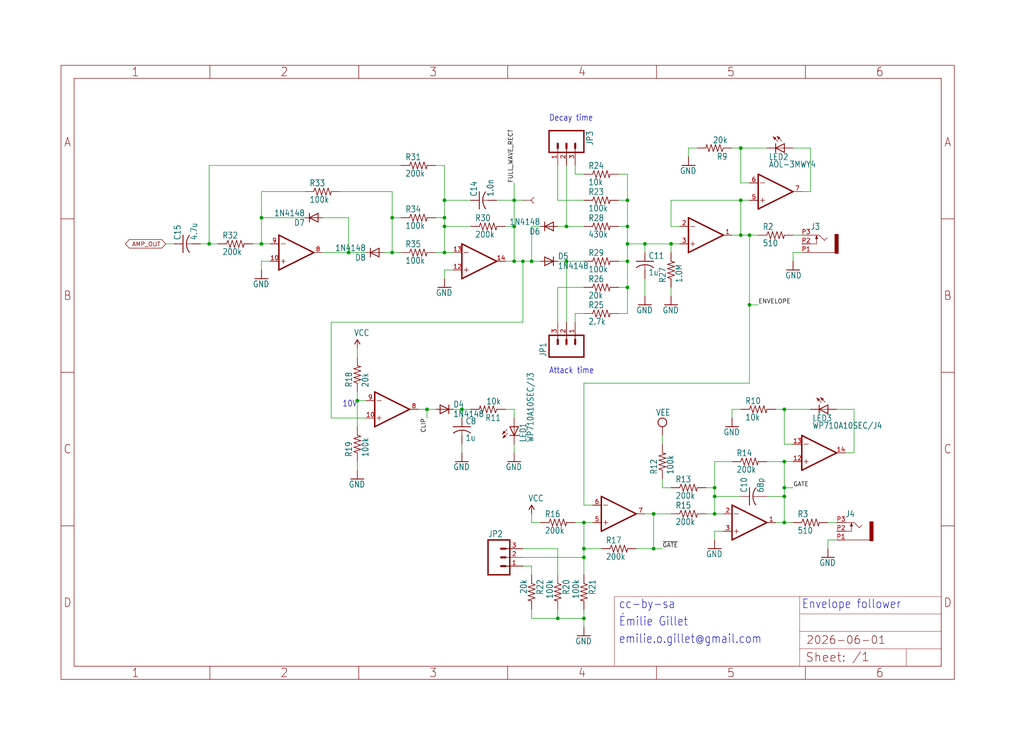
<source format=kicad_sch>
(kicad_sch (version 20230121) (generator eeschema)
  (paper "User" 298.45 217.322)
  (lib_symbols
    (symbol "ears_v40-eagle-import:A4L-LOC"
      (symbol "A4L-LOC_1_0"
        (polyline (pts (xy 0 44.7675) (xy 3.81 44.7675)))
        (polyline (pts (xy 0 89.535) (xy 3.81 89.535)))
        (polyline (pts (xy 0 134.3025) (xy 3.81 134.3025)))
        (polyline (pts (xy 3.81 3.81) (xy 3.81 175.26)))
        (polyline (pts (xy 43.3917 0) (xy 43.3917 3.81)))
        (polyline (pts (xy 43.3917 175.26) (xy 43.3917 179.07)))
        (polyline (pts (xy 86.7833 0) (xy 86.7833 3.81)))
        (polyline (pts (xy 86.7833 175.26) (xy 86.7833 179.07)))
        (polyline (pts (xy 130.175 0) (xy 130.175 3.81)))
        (polyline (pts (xy 130.175 175.26) (xy 130.175 179.07)))
        (polyline (pts (xy 161.29 3.81) (xy 161.29 24.13)) (stroke (width 0.1016)))
        (polyline (pts (xy 161.29 24.13) (xy 215.265 24.13)) (stroke (width 0.1016)))
        (polyline (pts (xy 173.5667 0) (xy 173.5667 3.81)))
        (polyline (pts (xy 173.5667 175.26) (xy 173.5667 179.07)))
        (polyline (pts (xy 215.265 8.89) (xy 215.265 3.81)) (stroke (width 0.1016)))
        (polyline (pts (xy 215.265 8.89) (xy 215.265 13.97)) (stroke (width 0.1016)))
        (polyline (pts (xy 215.265 13.97) (xy 215.265 19.05)) (stroke (width 0.1016)))
        (polyline (pts (xy 215.265 13.97) (xy 256.54 13.97)) (stroke (width 0.1016)))
        (polyline (pts (xy 215.265 19.05) (xy 215.265 24.13)) (stroke (width 0.1016)))
        (polyline (pts (xy 215.265 19.05) (xy 256.54 19.05)) (stroke (width 0.1016)))
        (polyline (pts (xy 215.265 24.13) (xy 256.54 24.13)) (stroke (width 0.1016)))
        (polyline (pts (xy 216.9583 0) (xy 216.9583 3.81)))
        (polyline (pts (xy 216.9583 175.26) (xy 216.9583 179.07)))
        (polyline (pts (xy 246.38 3.81) (xy 246.38 8.89)) (stroke (width 0.1016)))
        (polyline (pts (xy 246.38 8.89) (xy 215.265 8.89)) (stroke (width 0.1016)))
        (polyline (pts (xy 246.38 8.89) (xy 256.54 8.89)) (stroke (width 0.1016)))
        (polyline (pts (xy 256.54 3.81) (xy 3.81 3.81)))
        (polyline (pts (xy 256.54 3.81) (xy 256.54 8.89)) (stroke (width 0.1016)))
        (polyline (pts (xy 256.54 3.81) (xy 256.54 175.26)))
        (polyline (pts (xy 256.54 8.89) (xy 256.54 13.97)) (stroke (width 0.1016)))
        (polyline (pts (xy 256.54 13.97) (xy 256.54 19.05)) (stroke (width 0.1016)))
        (polyline (pts (xy 256.54 19.05) (xy 256.54 24.13)) (stroke (width 0.1016)))
        (polyline (pts (xy 256.54 44.7675) (xy 260.35 44.7675)))
        (polyline (pts (xy 256.54 89.535) (xy 260.35 89.535)))
        (polyline (pts (xy 256.54 134.3025) (xy 260.35 134.3025)))
        (polyline (pts (xy 256.54 175.26) (xy 3.81 175.26)))
        (polyline (pts (xy 0 0) (xy 260.35 0) (xy 260.35 179.07) (xy 0 179.07) (xy 0 0)))
        (text "${#}/${##}" (at 230.505 5.08 0) (effects (font (size 2.54 2.54)) (justify left bottom)))
        (text "${CURRENT_DATE}" (at 217.17 10.16 0) (effects (font (size 2.286 2.286)) (justify left bottom)))
        (text "${PROJECTNAME}" (at 217.17 15.24 0) (effects (font (size 2.54 2.54)) (justify left bottom)))
        (text "1" (at 21.6958 1.905 0) (effects (font (size 2.54 2.286))))
        (text "1" (at 21.6958 177.165 0) (effects (font (size 2.54 2.286))))
        (text "2" (at 65.0875 1.905 0) (effects (font (size 2.54 2.286))))
        (text "2" (at 65.0875 177.165 0) (effects (font (size 2.54 2.286))))
        (text "3" (at 108.4792 1.905 0) (effects (font (size 2.54 2.286))))
        (text "3" (at 108.4792 177.165 0) (effects (font (size 2.54 2.286))))
        (text "4" (at 151.8708 1.905 0) (effects (font (size 2.54 2.286))))
        (text "4" (at 151.8708 177.165 0) (effects (font (size 2.54 2.286))))
        (text "5" (at 195.2625 1.905 0) (effects (font (size 2.54 2.286))))
        (text "5" (at 195.2625 177.165 0) (effects (font (size 2.54 2.286))))
        (text "6" (at 238.6542 1.905 0) (effects (font (size 2.54 2.286))))
        (text "6" (at 238.6542 177.165 0) (effects (font (size 2.54 2.286))))
        (text "A" (at 1.905 156.6863 0) (effects (font (size 2.54 2.286))))
        (text "A" (at 258.445 156.6863 0) (effects (font (size 2.54 2.286))))
        (text "B" (at 1.905 111.9188 0) (effects (font (size 2.54 2.286))))
        (text "B" (at 258.445 111.9188 0) (effects (font (size 2.54 2.286))))
        (text "C" (at 1.905 67.1513 0) (effects (font (size 2.54 2.286))))
        (text "C" (at 258.445 67.1513 0) (effects (font (size 2.54 2.286))))
        (text "D" (at 1.905 22.3838 0) (effects (font (size 2.54 2.286))))
        (text "D" (at 258.445 22.3838 0) (effects (font (size 2.54 2.286))))
        (text "Sheet:" (at 216.916 4.953 0) (effects (font (size 2.54 2.54)) (justify left bottom)))
      )
    )
    (symbol "ears_v40-eagle-import:C-USC0402"
      (property "Reference" "C" (at 1.016 0.635 0))
      (symbol "C-USC0402_1_0"
        (arc (start 0 -1.0161) (mid -1.302 -1.2303) (end -2.4668 -1.8504) (stroke (width 0.254)))
        (polyline (pts (xy -2.54 0) (xy 2.54 0)) (stroke (width 0.254)))
        (polyline (pts (xy 0 -1.016) (xy 0 -2.54)) (stroke (width 0.1524)))
        (arc (start 2.4892 -1.8541) (mid 1.3158 -1.2194) (end 0 -1) (stroke (width 0.254)))
        (pin passive line (at 0 2.54 270) (length 2.54) (name "1") (number "1"))
        (pin passive line (at 0 -5.08 90) (length 2.54) (name "2") (number "2"))
      )
    )
    (symbol "ears_v40-eagle-import:C-USC0603"
      (property "Reference" "C" (at 1.016 0.635 0))
      (symbol "C-USC0603_1_0"
        (arc (start 0 -1.0161) (mid -1.302 -1.2303) (end -2.4668 -1.8504) (stroke (width 0.254)))
        (polyline (pts (xy -2.54 0) (xy 2.54 0)) (stroke (width 0.254)))
        (polyline (pts (xy 0 -1.016) (xy 0 -2.54)) (stroke (width 0.1524)))
        (arc (start 2.4892 -1.8541) (mid 1.3158 -1.2194) (end 0 -1) (stroke (width 0.254)))
        (pin passive line (at 0 2.54 270) (length 2.54) (name "1") (number "1"))
        (pin passive line (at 0 -5.08 90) (length 2.54) (name "2") (number "2"))
      )
    )
    (symbol "ears_v40-eagle-import:DIODE-SOD523"
      (property "Reference" "D" (at 2.54 0.4826 0))
      (symbol "DIODE-SOD523_1_0"
        (polyline (pts (xy -1.27 -1.27) (xy 1.27 0)) (stroke (width 0.254)))
        (polyline (pts (xy -1.27 1.27) (xy -1.27 -1.27)) (stroke (width 0.254)))
        (polyline (pts (xy 1.27 0) (xy -1.27 1.27)) (stroke (width 0.254)))
        (polyline (pts (xy 1.27 0) (xy 1.27 -1.27)) (stroke (width 0.254)))
        (polyline (pts (xy 1.27 1.27) (xy 1.27 0)) (stroke (width 0.254)))
        (pin passive line (at -2.54 0 0) (length 2.54) (name "A") (number "A"))
        (pin passive line (at 2.54 0 180) (length 2.54) (name "C") (number "C"))
      )
    )
    (symbol "ears_v40-eagle-import:GND" (power)
      (property "Value" "GND" (at -2.54 -2.54 0))
      (symbol "GND_1_0"
        (polyline (pts (xy -1.905 0) (xy 1.905 0)) (stroke (width 0.254)))
        (pin power_in line (at 0 2.54 270) (length 2.54) (name "GND") (number "1"))
      )
    )
    (symbol "ears_v40-eagle-import:LED3MM"
      (property "Reference" "LED" (at 3.556 -4.572 90))
      (symbol "LED3MM_1_0"
        (polyline (pts (xy -2.032 -0.762) (xy -3.429 -2.159)) (stroke (width 0.1524)))
        (polyline (pts (xy -1.905 -1.905) (xy -3.302 -3.302)) (stroke (width 0.1524)))
        (polyline (pts (xy 0 -2.54) (xy -1.27 -2.54)) (stroke (width 0.254)))
        (polyline (pts (xy 0 -2.54) (xy -1.27 0)) (stroke (width 0.254)))
        (polyline (pts (xy 0 0) (xy -1.27 0)) (stroke (width 0.254)))
        (polyline (pts (xy 0 0) (xy 0 -2.54)) (stroke (width 0.1524)))
        (polyline (pts (xy 1.27 -2.54) (xy 0 -2.54)) (stroke (width 0.254)))
        (polyline (pts (xy 1.27 0) (xy 0 -2.54)) (stroke (width 0.254)))
        (polyline (pts (xy 1.27 0) (xy 0 0)) (stroke (width 0.254)))
        (polyline (pts (xy -3.429 -2.159) (xy -3.048 -1.27) (xy -2.54 -1.778)) (stroke (width 0.1524)) (fill (type outline)))
        (polyline (pts (xy -3.302 -3.302) (xy -2.921 -2.413) (xy -2.413 -2.921)) (stroke (width 0.1524)) (fill (type outline)))
        (pin passive line (at 0 2.54 270) (length 2.54) (name "A") (number "A"))
        (pin passive line (at 0 -5.08 90) (length 2.54) (name "C") (number "K"))
      )
    )
    (symbol "ears_v40-eagle-import:LM324PW"
      (symbol "LM324PW_1_0"
        (polyline (pts (xy -5.08 -5.08) (xy 5.08 0)) (stroke (width 0.4064)))
        (polyline (pts (xy -5.08 5.08) (xy -5.08 -5.08)) (stroke (width 0.4064)))
        (polyline (pts (xy -4.445 -2.54) (xy -3.175 -2.54)) (stroke (width 0.1524)))
        (polyline (pts (xy -4.445 2.54) (xy -3.175 2.54)) (stroke (width 0.1524)))
        (polyline (pts (xy -3.81 3.175) (xy -3.81 1.905)) (stroke (width 0.1524)))
        (polyline (pts (xy 5.08 0) (xy -5.08 5.08)) (stroke (width 0.4064)))
        (pin output line (at 7.62 0 180) (length 2.54) (name "OUT") (number "1"))
        (pin input line (at -7.62 -2.54 0) (length 2.54) (name "-IN") (number "2"))
        (pin input line (at -7.62 2.54 0) (length 2.54) (name "+IN") (number "3"))
      )
      (symbol "LM324PW_2_0"
        (polyline (pts (xy -5.08 -5.08) (xy 5.08 0)) (stroke (width 0.4064)))
        (polyline (pts (xy -5.08 5.08) (xy -5.08 -5.08)) (stroke (width 0.4064)))
        (polyline (pts (xy -4.445 -2.54) (xy -3.175 -2.54)) (stroke (width 0.1524)))
        (polyline (pts (xy -4.445 2.54) (xy -3.175 2.54)) (stroke (width 0.1524)))
        (polyline (pts (xy -3.81 3.175) (xy -3.81 1.905)) (stroke (width 0.1524)))
        (polyline (pts (xy 5.08 0) (xy -5.08 5.08)) (stroke (width 0.4064)))
        (pin input line (at -7.62 2.54 0) (length 2.54) (name "+IN") (number "5"))
        (pin input line (at -7.62 -2.54 0) (length 2.54) (name "-IN") (number "6"))
        (pin output line (at 7.62 0 180) (length 2.54) (name "OUT") (number "7"))
      )
      (symbol "LM324PW_3_0"
        (polyline (pts (xy -5.08 -5.08) (xy 5.08 0)) (stroke (width 0.4064)))
        (polyline (pts (xy -5.08 5.08) (xy -5.08 -5.08)) (stroke (width 0.4064)))
        (polyline (pts (xy -4.445 -2.54) (xy -3.175 -2.54)) (stroke (width 0.1524)))
        (polyline (pts (xy -4.445 2.54) (xy -3.175 2.54)) (stroke (width 0.1524)))
        (polyline (pts (xy -3.81 3.175) (xy -3.81 1.905)) (stroke (width 0.1524)))
        (polyline (pts (xy 5.08 0) (xy -5.08 5.08)) (stroke (width 0.4064)))
        (pin input line (at -7.62 2.54 0) (length 2.54) (name "+IN") (number "10"))
        (pin output line (at 7.62 0 180) (length 2.54) (name "OUT") (number "8"))
        (pin input line (at -7.62 -2.54 0) (length 2.54) (name "-IN") (number "9"))
      )
      (symbol "LM324PW_4_0"
        (polyline (pts (xy -5.08 -5.08) (xy 5.08 0)) (stroke (width 0.4064)))
        (polyline (pts (xy -5.08 5.08) (xy -5.08 -5.08)) (stroke (width 0.4064)))
        (polyline (pts (xy -4.445 -2.54) (xy -3.175 -2.54)) (stroke (width 0.1524)))
        (polyline (pts (xy -4.445 2.54) (xy -3.175 2.54)) (stroke (width 0.1524)))
        (polyline (pts (xy -3.81 3.175) (xy -3.81 1.905)) (stroke (width 0.1524)))
        (polyline (pts (xy 5.08 0) (xy -5.08 5.08)) (stroke (width 0.4064)))
        (pin input line (at -7.62 2.54 0) (length 2.54) (name "+IN") (number "12"))
        (pin input line (at -7.62 -2.54 0) (length 2.54) (name "-IN") (number "13"))
        (pin output line (at 7.62 0 180) (length 2.54) (name "OUT") (number "14"))
      )
      (symbol "LM324PW_5_0"
        (text "V+" (at 1.27 3.175 900) (effects (font (size 0.8128 0.6908)) (justify left bottom)))
        (text "V-" (at 1.27 -4.445 900) (effects (font (size 0.8128 0.6908)) (justify left bottom)))
        (pin power_in line (at 0 -7.62 90) (length 5.08) (name "V-") (number "11"))
        (pin power_in line (at 0 7.62 270) (length 5.08) (name "V+") (number "4"))
      )
    )
    (symbol "ears_v40-eagle-import:M03PTH"
      (property "Reference" "JP" (at -2.54 5.842 0))
      (symbol "M03PTH_1_0"
        (polyline (pts (xy -2.54 5.08) (xy -2.54 -5.08)) (stroke (width 0.4064)))
        (polyline (pts (xy -2.54 5.08) (xy 3.81 5.08)) (stroke (width 0.4064)))
        (polyline (pts (xy 1.27 -2.54) (xy 2.54 -2.54)) (stroke (width 0.6096)))
        (polyline (pts (xy 1.27 0) (xy 2.54 0)) (stroke (width 0.6096)))
        (polyline (pts (xy 1.27 2.54) (xy 2.54 2.54)) (stroke (width 0.6096)))
        (polyline (pts (xy 3.81 -5.08) (xy -2.54 -5.08)) (stroke (width 0.4064)))
        (polyline (pts (xy 3.81 -5.08) (xy 3.81 5.08)) (stroke (width 0.4064)))
        (pin passive line (at 7.62 -2.54 180) (length 5.08) (name "1") (number "1"))
        (pin passive line (at 7.62 0 180) (length 5.08) (name "2") (number "2"))
        (pin passive line (at 7.62 2.54 180) (length 5.08) (name "3") (number "3"))
      )
    )
    (symbol "ears_v40-eagle-import:PJ301_THONKICONN6"
      (property "Reference" "J" (at -2.54 4.064 0))
      (symbol "PJ301_THONKICONN6_1_0"
        (polyline (pts (xy -2.54 -2.54) (xy 4.572 -2.54)) (stroke (width 0.1524)))
        (polyline (pts (xy -2.54 0) (xy -0.762 0)) (stroke (width 0.1524)))
        (polyline (pts (xy -2.54 2.54) (xy 0 2.54)) (stroke (width 0.1524)))
        (polyline (pts (xy -1.016 1.524) (xy -0.508 1.524)) (stroke (width 0.254)))
        (polyline (pts (xy -0.762 0) (xy -0.762 2.286)) (stroke (width 0.1524)))
        (polyline (pts (xy -0.762 2.286) (xy -1.016 1.524)) (stroke (width 0.254)))
        (polyline (pts (xy -0.508 1.524) (xy -0.762 2.286)) (stroke (width 0.254)))
        (polyline (pts (xy 0 2.54) (xy 1.524 1.016)) (stroke (width 0.1524)))
        (polyline (pts (xy 1.524 1.016) (xy 2.286 1.778)) (stroke (width 0.1524)))
        (rectangle (start 4.572 2.794) (end 5.588 -2.794) (fill (type outline)))
        (pin passive line (at -5.08 -2.54 0) (length 2.54) (name "1") (number "P1"))
        (pin passive line (at -5.08 0 0) (length 2.54) (name "2") (number "P2"))
        (pin passive line (at -5.08 2.54 0) (length 2.54) (name "3") (number "P3"))
      )
    )
    (symbol "ears_v40-eagle-import:R-US_R0402"
      (property "Reference" "R" (at -3.81 1.4986 0))
      (symbol "R-US_R0402_1_0"
        (polyline (pts (xy -2.54 0) (xy -2.159 1.016)) (stroke (width 0.2032)))
        (polyline (pts (xy -2.159 1.016) (xy -1.524 -1.016)) (stroke (width 0.2032)))
        (polyline (pts (xy -1.524 -1.016) (xy -0.889 1.016)) (stroke (width 0.2032)))
        (polyline (pts (xy -0.889 1.016) (xy -0.254 -1.016)) (stroke (width 0.2032)))
        (polyline (pts (xy -0.254 -1.016) (xy 0.381 1.016)) (stroke (width 0.2032)))
        (polyline (pts (xy 0.381 1.016) (xy 1.016 -1.016)) (stroke (width 0.2032)))
        (polyline (pts (xy 1.016 -1.016) (xy 1.651 1.016)) (stroke (width 0.2032)))
        (polyline (pts (xy 1.651 1.016) (xy 2.286 -1.016)) (stroke (width 0.2032)))
        (polyline (pts (xy 2.286 -1.016) (xy 2.54 0)) (stroke (width 0.2032)))
        (pin passive line (at -5.08 0 0) (length 2.54) (name "1") (number "1"))
        (pin passive line (at 5.08 0 180) (length 2.54) (name "2") (number "2"))
      )
    )
    (symbol "ears_v40-eagle-import:TEST-POINT3X5"
      (symbol "TEST-POINT3X5_1_0"
        (polyline (pts (xy 2.54 0) (xy 0 0)) (stroke (width 0.1524)))
        (arc (start 3.302 0.762) (mid 2.5433 0) (end 3.302 -0.762) (stroke (width 0.1524)))
        (pin bidirectional line (at 0 0 180) (length 0) (name "1") (number "P$1"))
      )
    )
    (symbol "ears_v40-eagle-import:VCC" (power)
      (property "Value" "VCC" (at -1.016 3.556 0))
      (symbol "VCC_1_0"
        (polyline (pts (xy 0 2.54) (xy -0.762 1.27)) (stroke (width 0.254)))
        (polyline (pts (xy 0.762 1.27) (xy 0 2.54)) (stroke (width 0.254)))
        (pin power_in line (at 0 0 90) (length 2.54) (name "VCC") (number "1"))
      )
    )
    (symbol "ears_v40-eagle-import:VEE" (power)
      (property "Value" "VEE" (at -1.905 3.175 0))
      (symbol "VEE_1_0"
        (circle (center 0 1.27) (radius 1.27) (stroke (width 0.254)))
        (pin power_in line (at 0 -2.54 90) (length 2.54) (name "VEE") (number "1"))
      )
    )
  )
  (junction (at 215.9 43.18))
  (junction (at 182.88 66.04))
  (junction (at 165.1 76.2))
  (junction (at 149.86 58.42))
  (junction (at 218.44 68.58))
  (junction (at 228.6 142.24))
  (junction (at 60.96 71.12))
  (junction (at 195.58 71.12))
  (junction (at 190.5 160.02))
  (junction (at 208.28 144.78))
  (junction (at 134.62 119.38))
  (junction (at 228.6 144.78))
  (junction (at 170.18 162.56))
  (junction (at 76.2 63.5))
  (junction (at 129.54 66.04))
  (junction (at 215.9 68.58))
  (junction (at 170.18 180.34))
  (junction (at 208.28 149.86))
  (junction (at 170.18 152.4))
  (junction (at 149.86 66.04))
  (junction (at 154.94 76.2))
  (junction (at 129.54 58.42))
  (junction (at 152.4 76.2))
  (junction (at 190.5 149.86))
  (junction (at 162.56 180.34))
  (junction (at 228.6 119.38))
  (junction (at 129.54 73.66))
  (junction (at 104.14 116.84))
  (junction (at 187.96 71.12))
  (junction (at 182.88 83.82))
  (junction (at 114.3 73.66))
  (junction (at 215.9 58.42))
  (junction (at 149.86 76.2))
  (junction (at 170.18 160.02))
  (junction (at 101.6 73.66))
  (junction (at 208.28 142.24))
  (junction (at 182.88 71.12))
  (junction (at 124.46 119.38))
  (junction (at 228.6 134.62))
  (junction (at 228.6 152.4))
  (junction (at 165.1 66.04))
  (junction (at 218.44 88.9))
  (junction (at 182.88 76.2))
  (junction (at 76.2 71.12))
  (junction (at 182.88 58.42))
  (junction (at 114.3 63.5))
  (junction (at 129.54 63.5))
  (wire (pts (xy 236.22 43.18) (xy 231.14 43.18)) (stroke (width 0.1524)))
  (wire (pts (xy 132.08 78.74) (xy 129.54 78.74)) (stroke (width 0.1524)))
  (wire (pts (xy 198.12 71.12) (xy 195.58 71.12)) (stroke (width 0.1524)))
  (wire (pts (xy 162.56 66.04) (xy 165.1 66.04)) (stroke (width 0.1524)))
  (wire (pts (xy 104.14 116.84) (xy 104.14 114.3)) (stroke (width 0.1524)))
  (wire (pts (xy 231.14 73.66) (xy 231.14 76.2)) (stroke (width 0.1524)))
  (wire (pts (xy 248.92 119.38) (xy 248.92 132.08)) (stroke (width 0.1524)))
  (wire (pts (xy 193.04 139.7) (xy 193.04 142.24)) (stroke (width 0.1524)))
  (wire (pts (xy 157.48 152.4) (xy 154.94 152.4)) (stroke (width 0.1524)))
  (wire (pts (xy 124.46 119.38) (xy 124.46 121.92)) (stroke (width 0.1524)))
  (wire (pts (xy 127 48.26) (xy 129.54 48.26)) (stroke (width 0.1524)))
  (wire (pts (xy 162.56 83.82) (xy 162.56 93.98)) (stroke (width 0.1524)))
  (wire (pts (xy 96.52 93.98) (xy 96.52 121.92)) (stroke (width 0.1524)))
  (wire (pts (xy 137.16 119.38) (xy 134.62 119.38)) (stroke (width 0.1524)))
  (wire (pts (xy 203.2 43.18) (xy 200.66 43.18)) (stroke (width 0.1524)))
  (wire (pts (xy 152.4 162.56) (xy 170.18 162.56)) (stroke (width 0.1524)))
  (wire (pts (xy 193.04 142.24) (xy 195.58 142.24)) (stroke (width 0.1524)))
  (wire (pts (xy 210.82 154.94) (xy 208.28 154.94)) (stroke (width 0.1524)))
  (wire (pts (xy 149.86 58.42) (xy 149.86 66.04)) (stroke (width 0.1524)))
  (wire (pts (xy 50.8 71.12) (xy 48.26 71.12)) (stroke (width 0.1524)))
  (wire (pts (xy 132.08 119.38) (xy 134.62 119.38)) (stroke (width 0.1524)))
  (wire (pts (xy 149.86 58.42) (xy 149.86 53.34)) (stroke (width 0.1524)))
  (wire (pts (xy 187.96 149.86) (xy 190.5 149.86)) (stroke (width 0.1524)))
  (wire (pts (xy 231.14 152.4) (xy 228.6 152.4)) (stroke (width 0.1524)))
  (wire (pts (xy 208.28 142.24) (xy 208.28 144.78)) (stroke (width 0.1524)))
  (wire (pts (xy 129.54 63.5) (xy 129.54 66.04)) (stroke (width 0.1524)))
  (wire (pts (xy 154.94 167.64) (xy 154.94 165.1)) (stroke (width 0.1524)))
  (wire (pts (xy 157.48 66.04) (xy 154.94 66.04)) (stroke (width 0.1524)))
  (wire (pts (xy 228.6 119.38) (xy 228.6 129.54)) (stroke (width 0.1524)))
  (wire (pts (xy 193.04 129.54) (xy 193.04 127)) (stroke (width 0.1524)))
  (wire (pts (xy 154.94 76.2) (xy 157.48 76.2)) (stroke (width 0.1524)))
  (wire (pts (xy 162.56 58.42) (xy 162.56 48.26)) (stroke (width 0.1524)))
  (wire (pts (xy 73.66 71.12) (xy 76.2 71.12)) (stroke (width 0.1524)))
  (wire (pts (xy 195.58 66.04) (xy 195.58 58.42)) (stroke (width 0.1524)))
  (wire (pts (xy 170.18 152.4) (xy 170.18 160.02)) (stroke (width 0.1524)))
  (wire (pts (xy 167.64 50.8) (xy 167.64 48.26)) (stroke (width 0.1524)))
  (wire (pts (xy 152.4 76.2) (xy 152.4 93.98)) (stroke (width 0.1524)))
  (wire (pts (xy 167.64 91.44) (xy 167.64 93.98)) (stroke (width 0.1524)))
  (wire (pts (xy 215.9 144.78) (xy 208.28 144.78)) (stroke (width 0.1524)))
  (wire (pts (xy 233.68 73.66) (xy 231.14 73.66)) (stroke (width 0.1524)))
  (wire (pts (xy 129.54 78.74) (xy 129.54 81.28)) (stroke (width 0.1524)))
  (wire (pts (xy 152.4 93.98) (xy 96.52 93.98)) (stroke (width 0.1524)))
  (wire (pts (xy 93.98 73.66) (xy 101.6 73.66)) (stroke (width 0.1524)))
  (wire (pts (xy 88.9 63.5) (xy 76.2 63.5)) (stroke (width 0.1524)))
  (wire (pts (xy 149.86 76.2) (xy 147.32 76.2)) (stroke (width 0.1524)))
  (wire (pts (xy 76.2 76.2) (xy 76.2 78.74)) (stroke (width 0.1524)))
  (wire (pts (xy 182.88 50.8) (xy 180.34 50.8)) (stroke (width 0.1524)))
  (wire (pts (xy 154.94 152.4) (xy 154.94 149.86)) (stroke (width 0.1524)))
  (wire (pts (xy 116.84 63.5) (xy 114.3 63.5)) (stroke (width 0.1524)))
  (wire (pts (xy 127 119.38) (xy 124.46 119.38)) (stroke (width 0.1524)))
  (wire (pts (xy 241.3 152.4) (xy 243.84 152.4)) (stroke (width 0.1524)))
  (wire (pts (xy 170.18 177.8) (xy 170.18 180.34)) (stroke (width 0.1524)))
  (wire (pts (xy 228.6 144.78) (xy 228.6 152.4)) (stroke (width 0.1524)))
  (wire (pts (xy 182.88 76.2) (xy 182.88 71.12)) (stroke (width 0.1524)))
  (wire (pts (xy 213.36 134.62) (xy 208.28 134.62)) (stroke (width 0.1524)))
  (wire (pts (xy 149.86 119.38) (xy 149.86 121.92)) (stroke (width 0.1524)))
  (wire (pts (xy 165.1 93.98) (xy 165.1 76.2)) (stroke (width 0.1524)))
  (wire (pts (xy 241.3 157.48) (xy 241.3 160.02)) (stroke (width 0.1524)))
  (wire (pts (xy 76.2 71.12) (xy 78.74 71.12)) (stroke (width 0.1524)))
  (wire (pts (xy 60.96 71.12) (xy 60.96 48.26)) (stroke (width 0.1524)))
  (wire (pts (xy 106.68 116.84) (xy 104.14 116.84)) (stroke (width 0.1524)))
  (wire (pts (xy 198.12 66.04) (xy 195.58 66.04)) (stroke (width 0.1524)))
  (wire (pts (xy 170.18 160.02) (xy 170.18 162.56)) (stroke (width 0.1524)))
  (wire (pts (xy 170.18 83.82) (xy 162.56 83.82)) (stroke (width 0.1524)))
  (wire (pts (xy 182.88 71.12) (xy 187.96 71.12)) (stroke (width 0.1524)))
  (wire (pts (xy 76.2 55.88) (xy 88.9 55.88)) (stroke (width 0.1524)))
  (wire (pts (xy 152.4 76.2) (xy 149.86 76.2)) (stroke (width 0.1524)))
  (wire (pts (xy 190.5 160.02) (xy 193.04 160.02)) (stroke (width 0.1524)))
  (wire (pts (xy 93.98 63.5) (xy 101.6 63.5)) (stroke (width 0.1524)))
  (wire (pts (xy 215.9 43.18) (xy 215.9 53.34)) (stroke (width 0.1524)))
  (wire (pts (xy 208.28 134.62) (xy 208.28 142.24)) (stroke (width 0.1524)))
  (wire (pts (xy 228.6 119.38) (xy 226.06 119.38)) (stroke (width 0.1524)))
  (wire (pts (xy 63.5 71.12) (xy 60.96 71.12)) (stroke (width 0.1524)))
  (wire (pts (xy 180.34 83.82) (xy 182.88 83.82)) (stroke (width 0.1524)))
  (wire (pts (xy 170.18 111.76) (xy 218.44 111.76)) (stroke (width 0.1524)))
  (wire (pts (xy 170.18 91.44) (xy 167.64 91.44)) (stroke (width 0.1524)))
  (wire (pts (xy 58.42 71.12) (xy 60.96 71.12)) (stroke (width 0.1524)))
  (wire (pts (xy 215.9 58.42) (xy 215.9 68.58)) (stroke (width 0.1524)))
  (wire (pts (xy 96.52 121.92) (xy 106.68 121.92)) (stroke (width 0.1524)))
  (wire (pts (xy 215.9 119.38) (xy 213.36 119.38)) (stroke (width 0.1524)))
  (wire (pts (xy 195.58 71.12) (xy 195.58 73.66)) (stroke (width 0.1524)))
  (wire (pts (xy 223.52 43.18) (xy 215.9 43.18)) (stroke (width 0.1524)))
  (wire (pts (xy 60.96 48.26) (xy 116.84 48.26)) (stroke (width 0.1524)))
  (wire (pts (xy 162.56 76.2) (xy 165.1 76.2)) (stroke (width 0.1524)))
  (wire (pts (xy 78.74 76.2) (xy 76.2 76.2)) (stroke (width 0.1524)))
  (wire (pts (xy 180.34 76.2) (xy 182.88 76.2)) (stroke (width 0.1524)))
  (wire (pts (xy 154.94 177.8) (xy 154.94 180.34)) (stroke (width 0.1524)))
  (wire (pts (xy 213.36 43.18) (xy 215.9 43.18)) (stroke (width 0.1524)))
  (wire (pts (xy 162.56 180.34) (xy 154.94 180.34)) (stroke (width 0.1524)))
  (wire (pts (xy 111.76 73.66) (xy 114.3 73.66)) (stroke (width 0.1524)))
  (wire (pts (xy 182.88 58.42) (xy 180.34 58.42)) (stroke (width 0.1524)))
  (wire (pts (xy 129.54 73.66) (xy 132.08 73.66)) (stroke (width 0.1524)))
  (wire (pts (xy 76.2 63.5) (xy 76.2 71.12)) (stroke (width 0.1524)))
  (wire (pts (xy 182.88 76.2) (xy 182.88 83.82)) (stroke (width 0.1524)))
  (wire (pts (xy 195.58 83.82) (xy 195.58 86.36)) (stroke (width 0.1524)))
  (wire (pts (xy 162.56 167.64) (xy 162.56 160.02)) (stroke (width 0.1524)))
  (wire (pts (xy 190.5 149.86) (xy 195.58 149.86)) (stroke (width 0.1524)))
  (wire (pts (xy 185.42 160.02) (xy 190.5 160.02)) (stroke (width 0.1524)))
  (wire (pts (xy 170.18 180.34) (xy 162.56 180.34)) (stroke (width 0.1524)))
  (wire (pts (xy 137.16 66.04) (xy 129.54 66.04)) (stroke (width 0.1524)))
  (wire (pts (xy 205.74 142.24) (xy 208.28 142.24)) (stroke (width 0.1524)))
  (wire (pts (xy 165.1 66.04) (xy 170.18 66.04)) (stroke (width 0.1524)))
  (wire (pts (xy 187.96 81.28) (xy 187.96 86.36)) (stroke (width 0.1524)))
  (wire (pts (xy 162.56 177.8) (xy 162.56 180.34)) (stroke (width 0.1524)))
  (wire (pts (xy 165.1 76.2) (xy 170.18 76.2)) (stroke (width 0.1524)))
  (wire (pts (xy 170.18 50.8) (xy 167.64 50.8)) (stroke (width 0.1524)))
  (wire (pts (xy 129.54 48.26) (xy 129.54 58.42)) (stroke (width 0.1524)))
  (wire (pts (xy 170.18 162.56) (xy 170.18 167.64)) (stroke (width 0.1524)))
  (wire (pts (xy 236.22 119.38) (xy 228.6 119.38)) (stroke (width 0.1524)))
  (wire (pts (xy 154.94 165.1) (xy 152.4 165.1)) (stroke (width 0.1524)))
  (wire (pts (xy 228.6 129.54) (xy 231.14 129.54)) (stroke (width 0.1524)))
  (wire (pts (xy 218.44 68.58) (xy 220.98 68.58)) (stroke (width 0.1524)))
  (wire (pts (xy 154.94 76.2) (xy 152.4 76.2)) (stroke (width 0.1524)))
  (wire (pts (xy 154.94 66.04) (xy 154.94 76.2)) (stroke (width 0.1524)))
  (wire (pts (xy 248.92 132.08) (xy 246.38 132.08)) (stroke (width 0.1524)))
  (wire (pts (xy 243.84 119.38) (xy 248.92 119.38)) (stroke (width 0.1524)))
  (wire (pts (xy 231.14 134.62) (xy 228.6 134.62)) (stroke (width 0.1524)))
  (wire (pts (xy 236.22 55.88) (xy 236.22 43.18)) (stroke (width 0.1524)))
  (wire (pts (xy 165.1 48.26) (xy 165.1 66.04)) (stroke (width 0.1524)))
  (wire (pts (xy 76.2 55.88) (xy 76.2 63.5)) (stroke (width 0.1524)))
  (wire (pts (xy 101.6 63.5) (xy 101.6 73.66)) (stroke (width 0.1524)))
  (wire (pts (xy 149.86 129.54) (xy 149.86 132.08)) (stroke (width 0.1524)))
  (wire (pts (xy 182.88 58.42) (xy 182.88 50.8)) (stroke (width 0.1524)))
  (wire (pts (xy 182.88 66.04) (xy 182.88 58.42)) (stroke (width 0.1524)))
  (wire (pts (xy 190.5 149.86) (xy 190.5 160.02)) (stroke (width 0.1524)))
  (wire (pts (xy 162.56 160.02) (xy 152.4 160.02)) (stroke (width 0.1524)))
  (wire (pts (xy 170.18 152.4) (xy 172.72 152.4)) (stroke (width 0.1524)))
  (wire (pts (xy 127 73.66) (xy 129.54 73.66)) (stroke (width 0.1524)))
  (wire (pts (xy 243.84 157.48) (xy 241.3 157.48)) (stroke (width 0.1524)))
  (wire (pts (xy 172.72 147.32) (xy 170.18 147.32)) (stroke (width 0.1524)))
  (wire (pts (xy 149.86 58.42) (xy 152.4 58.42)) (stroke (width 0.1524)))
  (wire (pts (xy 104.14 104.14) (xy 104.14 101.6)) (stroke (width 0.1524)))
  (wire (pts (xy 114.3 63.5) (xy 114.3 55.88)) (stroke (width 0.1524)))
  (wire (pts (xy 180.34 66.04) (xy 182.88 66.04)) (stroke (width 0.1524)))
  (wire (pts (xy 228.6 134.62) (xy 228.6 142.24)) (stroke (width 0.1524)))
  (wire (pts (xy 114.3 73.66) (xy 116.84 73.66)) (stroke (width 0.1524)))
  (wire (pts (xy 129.54 66.04) (xy 129.54 73.66)) (stroke (width 0.1524)))
  (wire (pts (xy 200.66 43.18) (xy 200.66 45.72)) (stroke (width 0.1524)))
  (wire (pts (xy 124.46 119.38) (xy 121.92 119.38)) (stroke (width 0.1524)))
  (wire (pts (xy 170.18 58.42) (xy 162.56 58.42)) (stroke (width 0.1524)))
  (wire (pts (xy 231.14 68.58) (xy 233.68 68.58)) (stroke (width 0.1524)))
  (wire (pts (xy 114.3 73.66) (xy 114.3 63.5)) (stroke (width 0.1524)))
  (wire (pts (xy 170.18 147.32) (xy 170.18 111.76)) (stroke (width 0.1524)))
  (wire (pts (xy 218.44 88.9) (xy 220.98 88.9)) (stroke (width 0.1524)))
  (wire (pts (xy 137.16 58.42) (xy 129.54 58.42)) (stroke (width 0.1524)))
  (wire (pts (xy 180.34 91.44) (xy 182.88 91.44)) (stroke (width 0.1524)))
  (wire (pts (xy 104.14 124.46) (xy 104.14 116.84)) (stroke (width 0.1524)))
  (wire (pts (xy 228.6 142.24) (xy 228.6 144.78)) (stroke (width 0.1524)))
  (wire (pts (xy 127 63.5) (xy 129.54 63.5)) (stroke (width 0.1524)))
  (wire (pts (xy 228.6 142.24) (xy 231.14 142.24)) (stroke (width 0.1524)))
  (wire (pts (xy 195.58 58.42) (xy 215.9 58.42)) (stroke (width 0.1524)))
  (wire (pts (xy 104.14 137.16) (xy 104.14 134.62)) (stroke (width 0.1524)))
  (wire (pts (xy 213.36 119.38) (xy 213.36 121.92)) (stroke (width 0.1524)))
  (wire (pts (xy 233.68 55.88) (xy 236.22 55.88)) (stroke (width 0.1524)))
  (wire (pts (xy 215.9 68.58) (xy 218.44 68.58)) (stroke (width 0.1524)))
  (wire (pts (xy 223.52 144.78) (xy 228.6 144.78)) (stroke (width 0.1524)))
  (wire (pts (xy 147.32 66.04) (xy 149.86 66.04)) (stroke (width 0.1524)))
  (wire (pts (xy 187.96 73.66) (xy 187.96 71.12)) (stroke (width 0.1524)))
  (wire (pts (xy 226.06 152.4) (xy 228.6 152.4)) (stroke (width 0.1524)))
  (wire (pts (xy 218.44 53.34) (xy 215.9 53.34)) (stroke (width 0.1524)))
  (wire (pts (xy 182.88 71.12) (xy 182.88 66.04)) (stroke (width 0.1524)))
  (wire (pts (xy 134.62 129.54) (xy 134.62 132.08)) (stroke (width 0.1524)))
  (wire (pts (xy 187.96 71.12) (xy 195.58 71.12)) (stroke (width 0.1524)))
  (wire (pts (xy 210.82 149.86) (xy 208.28 149.86)) (stroke (width 0.1524)))
  (wire (pts (xy 149.86 66.04) (xy 149.86 76.2)) (stroke (width 0.1524)))
  (wire (pts (xy 147.32 119.38) (xy 149.86 119.38)) (stroke (width 0.1524)))
  (wire (pts (xy 218.44 88.9) (xy 218.44 68.58)) (stroke (width 0.1524)))
  (wire (pts (xy 215.9 68.58) (xy 213.36 68.58)) (stroke (width 0.1524)))
  (wire (pts (xy 175.26 160.02) (xy 170.18 160.02)) (stroke (width 0.1524)))
  (wire (pts (xy 205.74 149.86) (xy 208.28 149.86)) (stroke (width 0.1524)))
  (wire (pts (xy 223.52 134.62) (xy 228.6 134.62)) (stroke (width 0.1524)))
  (wire (pts (xy 134.62 119.38) (xy 134.62 121.92)) (stroke (width 0.1524)))
  (wire (pts (xy 218.44 111.76) (xy 218.44 88.9)) (stroke (width 0.1524)))
  (wire (pts (xy 167.64 152.4) (xy 170.18 152.4)) (stroke (width 0.1524)))
  (wire (pts (xy 99.06 55.88) (xy 114.3 55.88)) (stroke (width 0.1524)))
  (wire (pts (xy 129.54 58.42) (xy 129.54 63.5)) (stroke (width 0.1524)))
  (wire (pts (xy 170.18 180.34) (xy 170.18 182.88)) (stroke (width 0.1524)))
  (wire (pts (xy 208.28 149.86) (xy 208.28 144.78)) (stroke (width 0.1524)))
  (wire (pts (xy 144.78 58.42) (xy 149.86 58.42)) (stroke (width 0.1524)))
  (wire (pts (xy 182.88 83.82) (xy 182.88 91.44)) (stroke (width 0.1524)))
  (wire (pts (xy 218.44 58.42) (xy 215.9 58.42)) (stroke (width 0.1524)))
  (wire (pts (xy 208.28 154.94) (xy 208.28 157.48)) (stroke (width 0.1524)))
  (wire (pts (xy 101.6 73.66) (xy 106.68 73.66)) (stroke (width 0.1524)))
  (text "cc-by-sa" (at 180.34 177.8 0) (effects (font (size 2.54 2.159)) (justify left bottom)))
  (text "10V" (at 104.14 116.84 0) (effects (font (size 1.778 1.5113)) (justify right top)))
  (text "emilie.o.gillet@gmail.com" (at 180.34 187.96 0) (effects (font (size 2.54 2.159)) (justify left bottom)))
  (text "Émilie Gillet" (at 180.34 182.88 0) (effects (font (size 2.54 2.159)) (justify left bottom)))
  (text "Attack time" (at 160.02 109.22 0) (effects (font (size 1.778 1.5113)) (justify left bottom)))
  (text "Envelope follower" (at 233.68 177.8 0) (effects (font (size 2.54 2.159)) (justify left bottom)))
  (text "Decay time" (at 160.02 35.56 0) (effects (font (size 1.778 1.5113)) (justify left bottom)))
  (label "~{GATE}" (at 193.04 160.02 0) (effects (font (size 1.2446 1.2446))))
  (label "CLIP" (at 124.46 121.92 270) (effects (font (size 1.2446 1.2446))))
  (label "FULL_WAVE_RECT" (at 149.86 53.34 90) (effects (font (size 1.2446 1.2446))))
  (label "GATE" (at 231.14 142.24 0) (effects (font (size 1.2446 1.2446))))
  (label "ENVELOPE" (at 220.98 88.9 0) (effects (font (size 1.2446 1.2446))))
  (global_label "AMP_OUT" (shape bidirectional) (at 48.26 71.12 180) (effects (font (size 1.2446 1.2446))) (property "Intersheetrefs" "${INTERSHEET_REFS}" (effects hide)))
  (symbol (lib_id "ears_v40-eagle-import:R-US_R0402") (at 195.58 78.74 90) (unit 1)
    (property "Reference" "R27" (at 194.0814 82.55 0) (effects (font (size 1.778 1.5113)) (justify left bottom)))
    (property "Value" "1.0M" (at 198.882 82.55 0) (effects (font (size 1.778 1.5113)) (justify left bottom)))
    (property "Footprint" "ears_v40:R0402" (effects hide))
  )
  (symbol (lib_id "ears_v40-eagle-import:LM324PW") (at 238.76 132.08 0) (mirror x) (unit 4)
    (property "Reference" "IC2" (effects hide))
    (property "Value" "LM324PW" (effects hide))
    (property "Footprint" "ears_v40:TSSOP14" (effects hide))
  )
  (symbol (lib_id "ears_v40-eagle-import:C-USC0402") (at 134.62 124.46 0) (unit 1)
    (property "Reference" "C8" (at 135.636 123.825 0) (effects (font (size 1.778 1.5113)) (justify left bottom)))
    (property "Value" "1u" (at 135.636 128.651 0) (effects (font (size 1.778 1.5113)) (justify left bottom)))
    (property "Footprint" "ears_v40:C0402" (effects hide))
  )
  (symbol (lib_id "ears_v40-eagle-import:VCC") (at 154.94 149.86 0) (unit 1)
    (property "Reference" "#P+2" (effects hide))
    (property "Value" "VCC" (at 153.924 146.304 0) (effects (font (size 1.778 1.5113)) (justify left bottom)))
  )
  (symbol (lib_id "ears_v40-eagle-import:A4L-LOC") (at 17.78 198.12 0) (unit 1)
    (property "Reference" "#FRAME1" (effects hide))
    (property "Value" "A4L-LOC" (effects hide))
  )
  (symbol (lib_id "ears_v40-eagle-import:M03PTH") (at 165.1 40.64 270) (unit 1)
    (property "Reference" "JP3" (at 170.942 38.1 0) (effects (font (size 1.778 1.5113)) (justify left bottom)))
    (property "Value" "M03PTH" (effects hide))
    (property "Footprint" "ears_v40:1X03" (effects hide))
  )
  (symbol (lib_id "ears_v40-eagle-import:LED3MM") (at 241.3 119.38 270) (unit 1)
    (property "Reference" "LED3" (at 236.728 122.936 90) (effects (font (size 1.778 1.5113)) (justify left bottom)))
    (property "Value" "WP710A10SEC/J4" (at 236.728 125.095 90) (effects (font (size 1.778 1.5113)) (justify left bottom)))
    (property "Footprint" "ears_v40:LED3MM" (effects hide))
  )
  (symbol (lib_id "ears_v40-eagle-import:R-US_R0402") (at 200.66 149.86 0) (unit 1)
    (property "Reference" "R15" (at 196.85 148.3614 0) (effects (font (size 1.778 1.5113)) (justify left bottom)))
    (property "Value" "200k" (at 196.85 153.162 0) (effects (font (size 1.778 1.5113)) (justify left bottom)))
    (property "Footprint" "ears_v40:R0402" (effects hide))
  )
  (symbol (lib_id "ears_v40-eagle-import:R-US_R0402") (at 162.56 172.72 270) (unit 1)
    (property "Reference" "R20" (at 164.0586 168.91 0) (effects (font (size 1.778 1.5113)) (justify left bottom)))
    (property "Value" "100k" (at 159.258 168.91 0) (effects (font (size 1.778 1.5113)) (justify left bottom)))
    (property "Footprint" "ears_v40:R0402" (effects hide))
  )
  (symbol (lib_id "ears_v40-eagle-import:PJ301_THONKICONN6") (at 248.92 154.94 0) (unit 1)
    (property "Reference" "J4" (at 246.38 150.876 0) (effects (font (size 1.778 1.5113)) (justify left bottom)))
    (property "Value" "PJ301_THONKICONN6" (effects hide))
    (property "Footprint" "ears_v40:WQP_PJ_301M6" (effects hide))
  )
  (symbol (lib_id "ears_v40-eagle-import:R-US_R0402") (at 121.92 63.5 0) (unit 1)
    (property "Reference" "R34" (at 118.11 62.0014 0) (effects (font (size 1.778 1.5113)) (justify left bottom)))
    (property "Value" "100k" (at 118.11 66.802 0) (effects (font (size 1.778 1.5113)) (justify left bottom)))
    (property "Footprint" "ears_v40:R0402" (effects hide))
  )
  (symbol (lib_id "ears_v40-eagle-import:R-US_R0402") (at 175.26 58.42 0) (unit 1)
    (property "Reference" "R23" (at 171.45 56.9214 0) (effects (font (size 1.778 1.5113)) (justify left bottom)))
    (property "Value" "100k" (at 171.45 61.722 0) (effects (font (size 1.778 1.5113)) (justify left bottom)))
    (property "Footprint" "ears_v40:R0402" (effects hide))
  )
  (symbol (lib_id "ears_v40-eagle-import:R-US_R0402") (at 175.26 91.44 0) (unit 1)
    (property "Reference" "R25" (at 171.45 89.9414 0) (effects (font (size 1.778 1.5113)) (justify left bottom)))
    (property "Value" "2.7k" (at 171.45 94.742 0) (effects (font (size 1.778 1.5113)) (justify left bottom)))
    (property "Footprint" "ears_v40:R0402" (effects hide))
  )
  (symbol (lib_id "ears_v40-eagle-import:R-US_R0402") (at 193.04 134.62 90) (unit 1)
    (property "Reference" "R12" (at 191.5414 138.43 0) (effects (font (size 1.778 1.5113)) (justify left bottom)))
    (property "Value" "100k" (at 196.342 138.43 0) (effects (font (size 1.778 1.5113)) (justify left bottom)))
    (property "Footprint" "ears_v40:R0402" (effects hide))
  )
  (symbol (lib_id "ears_v40-eagle-import:R-US_R0402") (at 162.56 152.4 0) (unit 1)
    (property "Reference" "R16" (at 158.75 150.9014 0) (effects (font (size 1.778 1.5113)) (justify left bottom)))
    (property "Value" "200k" (at 158.75 155.702 0) (effects (font (size 1.778 1.5113)) (justify left bottom)))
    (property "Footprint" "ears_v40:R0402" (effects hide))
  )
  (symbol (lib_id "ears_v40-eagle-import:GND") (at 187.96 88.9 0) (unit 1)
    (property "Reference" "#GND6" (effects hide))
    (property "Value" "GND" (at 185.42 91.44 0) (effects (font (size 1.778 1.5113)) (justify left bottom)))
  )
  (symbol (lib_id "ears_v40-eagle-import:GND") (at 76.2 81.28 0) (unit 1)
    (property "Reference" "#GND8" (effects hide))
    (property "Value" "GND" (at 73.66 83.82 0) (effects (font (size 1.778 1.5113)) (justify left bottom)))
  )
  (symbol (lib_id "ears_v40-eagle-import:DIODE-SOD523") (at 160.02 66.04 180) (unit 1)
    (property "Reference" "D6" (at 157.48 66.5226 0) (effects (font (size 1.778 1.5113)) (justify left bottom)))
    (property "Value" "1N4148" (at 157.48 63.7286 0) (effects (font (size 1.778 1.5113)) (justify left bottom)))
    (property "Footprint" "ears_v40:SOD523" (effects hide))
  )
  (symbol (lib_id "ears_v40-eagle-import:GND") (at 195.58 88.9 0) (unit 1)
    (property "Reference" "#GND7" (effects hide))
    (property "Value" "GND" (at 193.04 91.44 0) (effects (font (size 1.778 1.5113)) (justify left bottom)))
  )
  (symbol (lib_id "ears_v40-eagle-import:DIODE-SOD523") (at 129.54 119.38 0) (unit 1)
    (property "Reference" "D4" (at 132.08 118.8974 0) (effects (font (size 1.778 1.5113)) (justify left bottom)))
    (property "Value" "1N4148" (at 132.08 121.6914 0) (effects (font (size 1.778 1.5113)) (justify left bottom)))
    (property "Footprint" "ears_v40:SOD523" (effects hide))
  )
  (symbol (lib_id "ears_v40-eagle-import:C-USC0402") (at 139.7 58.42 90) (unit 1)
    (property "Reference" "C14" (at 139.065 57.404 0) (effects (font (size 1.778 1.5113)) (justify left bottom)))
    (property "Value" "1.0n" (at 143.891 57.404 0) (effects (font (size 1.778 1.5113)) (justify left bottom)))
    (property "Footprint" "ears_v40:C0402" (effects hide))
  )
  (symbol (lib_id "ears_v40-eagle-import:LM324PW") (at 180.34 149.86 0) (mirror x) (unit 2)
    (property "Reference" "IC2" (effects hide))
    (property "Value" "LM324PW" (effects hide))
    (property "Footprint" "ears_v40:TSSOP14" (effects hide))
  )
  (symbol (lib_id "ears_v40-eagle-import:DIODE-SOD523") (at 160.02 76.2 0) (unit 1)
    (property "Reference" "D5" (at 162.56 75.7174 0) (effects (font (size 1.778 1.5113)) (justify left bottom)))
    (property "Value" "1N4148" (at 162.56 78.5114 0) (effects (font (size 1.778 1.5113)) (justify left bottom)))
    (property "Footprint" "ears_v40:SOD523" (effects hide))
  )
  (symbol (lib_id "ears_v40-eagle-import:R-US_R0402") (at 200.66 142.24 0) (unit 1)
    (property "Reference" "R13" (at 196.85 140.7414 0) (effects (font (size 1.778 1.5113)) (justify left bottom)))
    (property "Value" "200k" (at 196.85 145.542 0) (effects (font (size 1.778 1.5113)) (justify left bottom)))
    (property "Footprint" "ears_v40:R0402" (effects hide))
  )
  (symbol (lib_id "ears_v40-eagle-import:VCC") (at 104.14 101.6 0) (unit 1)
    (property "Reference" "#P+3" (effects hide))
    (property "Value" "VCC" (at 103.124 98.044 0) (effects (font (size 1.778 1.5113)) (justify left bottom)))
  )
  (symbol (lib_id "ears_v40-eagle-import:R-US_R0402") (at 121.92 48.26 0) (unit 1)
    (property "Reference" "R31" (at 118.11 46.7614 0) (effects (font (size 1.778 1.5113)) (justify left bottom)))
    (property "Value" "200k" (at 118.11 51.562 0) (effects (font (size 1.778 1.5113)) (justify left bottom)))
    (property "Footprint" "ears_v40:R0402" (effects hide))
  )
  (symbol (lib_id "ears_v40-eagle-import:R-US_R0402") (at 154.94 172.72 270) (unit 1)
    (property "Reference" "R22" (at 156.4386 168.91 0) (effects (font (size 1.778 1.5113)) (justify left bottom)))
    (property "Value" "20k" (at 151.638 168.91 0) (effects (font (size 1.778 1.5113)) (justify left bottom)))
    (property "Footprint" "ears_v40:R0402" (effects hide))
  )
  (symbol (lib_id "ears_v40-eagle-import:M03PTH") (at 144.78 162.56 0) (unit 1)
    (property "Reference" "JP2" (at 142.24 156.718 0) (effects (font (size 1.778 1.5113)) (justify left bottom)))
    (property "Value" "M03PTH" (effects hide))
    (property "Footprint" "ears_v40:1X03" (effects hide))
  )
  (symbol (lib_id "ears_v40-eagle-import:GND") (at 213.36 124.46 0) (unit 1)
    (property "Reference" "#GND19" (effects hide))
    (property "Value" "GND" (at 210.82 127 0) (effects (font (size 1.778 1.5113)) (justify left bottom)))
  )
  (symbol (lib_id "ears_v40-eagle-import:R-US_R0402") (at 175.26 76.2 0) (unit 1)
    (property "Reference" "R29" (at 171.45 74.7014 0) (effects (font (size 1.778 1.5113)) (justify left bottom)))
    (property "Value" "100k" (at 171.45 79.502 0) (effects (font (size 1.778 1.5113)) (justify left bottom)))
    (property "Footprint" "ears_v40:R0402" (effects hide))
  )
  (symbol (lib_id "ears_v40-eagle-import:R-US_R0402") (at 175.26 83.82 0) (unit 1)
    (property "Reference" "R26" (at 171.45 82.3214 0) (effects (font (size 1.778 1.5113)) (justify left bottom)))
    (property "Value" "20k" (at 171.45 87.122 0) (effects (font (size 1.778 1.5113)) (justify left bottom)))
    (property "Footprint" "ears_v40:R0402" (effects hide))
  )
  (symbol (lib_id "ears_v40-eagle-import:R-US_R0402") (at 220.98 119.38 0) (unit 1)
    (property "Reference" "R10" (at 217.17 117.8814 0) (effects (font (size 1.778 1.5113)) (justify left bottom)))
    (property "Value" "10k" (at 217.17 122.682 0) (effects (font (size 1.778 1.5113)) (justify left bottom)))
    (property "Footprint" "ears_v40:R0402" (effects hide))
  )
  (symbol (lib_id "ears_v40-eagle-import:LM324PW") (at 86.36 73.66 0) (mirror x) (unit 3)
    (property "Reference" "IC3" (effects hide))
    (property "Value" "LM324PW" (effects hide))
    (property "Footprint" "ears_v40:TSSOP14" (effects hide))
  )
  (symbol (lib_id "ears_v40-eagle-import:R-US_R0402") (at 68.58 71.12 0) (unit 1)
    (property "Reference" "R32" (at 64.77 69.6214 0) (effects (font (size 1.778 1.5113)) (justify left bottom)))
    (property "Value" "200k" (at 64.77 74.422 0) (effects (font (size 1.778 1.5113)) (justify left bottom)))
    (property "Footprint" "ears_v40:R0402" (effects hide))
  )
  (symbol (lib_id "ears_v40-eagle-import:LM324PW") (at 139.7 76.2 0) (mirror x) (unit 4)
    (property "Reference" "IC3" (effects hide))
    (property "Value" "LM324PW" (effects hide))
    (property "Footprint" "ears_v40:TSSOP14" (effects hide))
  )
  (symbol (lib_id "ears_v40-eagle-import:R-US_R0402") (at 226.06 68.58 0) (unit 1)
    (property "Reference" "R2" (at 222.25 67.0814 0) (effects (font (size 1.778 1.5113)) (justify left bottom)))
    (property "Value" "510" (at 222.25 71.882 0) (effects (font (size 1.778 1.5113)) (justify left bottom)))
    (property "Footprint" "ears_v40:R0402" (effects hide))
  )
  (symbol (lib_id "ears_v40-eagle-import:GND") (at 129.54 83.82 0) (unit 1)
    (property "Reference" "#GND10" (effects hide))
    (property "Value" "GND" (at 127 86.36 0) (effects (font (size 1.778 1.5113)) (justify left bottom)))
  )
  (symbol (lib_id "ears_v40-eagle-import:R-US_R0402") (at 175.26 50.8 0) (unit 1)
    (property "Reference" "R24" (at 171.45 49.3014 0) (effects (font (size 1.778 1.5113)) (justify left bottom)))
    (property "Value" "10k" (at 171.45 54.102 0) (effects (font (size 1.778 1.5113)) (justify left bottom)))
    (property "Footprint" "ears_v40:R0402" (effects hide))
  )
  (symbol (lib_id "ears_v40-eagle-import:R-US_R0402") (at 170.18 172.72 270) (unit 1)
    (property "Reference" "R21" (at 171.6786 168.91 0) (effects (font (size 1.778 1.5113)) (justify left bottom)))
    (property "Value" "100k" (at 166.878 168.91 0) (effects (font (size 1.778 1.5113)) (justify left bottom)))
    (property "Footprint" "ears_v40:R0402" (effects hide))
  )
  (symbol (lib_id "ears_v40-eagle-import:C-USC0402") (at 218.44 144.78 90) (unit 1)
    (property "Reference" "C10" (at 217.805 143.764 0) (effects (font (size 1.778 1.5113)) (justify left bottom)))
    (property "Value" "68p" (at 222.631 143.764 0) (effects (font (size 1.778 1.5113)) (justify left bottom)))
    (property "Footprint" "ears_v40:C0402" (effects hide))
  )
  (symbol (lib_id "ears_v40-eagle-import:R-US_R0402") (at 208.28 43.18 180) (unit 1)
    (property "Reference" "R9" (at 212.09 44.6786 0) (effects (font (size 1.778 1.5113)) (justify left bottom)))
    (property "Value" "20k" (at 212.09 39.878 0) (effects (font (size 1.778 1.5113)) (justify left bottom)))
    (property "Footprint" "ears_v40:R0402" (effects hide))
  )
  (symbol (lib_id "ears_v40-eagle-import:LM324PW") (at 114.3 119.38 0) (mirror x) (unit 3)
    (property "Reference" "IC2" (effects hide))
    (property "Value" "LM324PW" (effects hide))
    (property "Footprint" "ears_v40:TSSOP14" (effects hide))
  )
  (symbol (lib_id "ears_v40-eagle-import:PJ301_THONKICONN6") (at 238.76 71.12 0) (unit 1)
    (property "Reference" "J3" (at 236.22 67.056 0) (effects (font (size 1.778 1.5113)) (justify left bottom)))
    (property "Value" "PJ301_THONKICONN6" (effects hide))
    (property "Footprint" "ears_v40:WQP_PJ_301M6" (effects hide))
  )
  (symbol (lib_id "ears_v40-eagle-import:M03PTH") (at 165.1 101.6 90) (unit 1)
    (property "Reference" "JP1" (at 159.258 104.14 0) (effects (font (size 1.778 1.5113)) (justify left bottom)))
    (property "Value" "M03PTH" (effects hide))
    (property "Footprint" "ears_v40:1X03" (effects hide))
  )
  (symbol (lib_id "ears_v40-eagle-import:LED3MM") (at 149.86 124.46 0) (unit 1)
    (property "Reference" "LED1" (at 153.416 129.032 90) (effects (font (size 1.778 1.5113)) (justify left bottom)))
    (property "Value" "WP710A10SEC/J3" (at 155.575 129.032 90) (effects (font (size 1.778 1.5113)) (justify left bottom)))
    (property "Footprint" "ears_v40:LED3MM" (effects hide))
  )
  (symbol (lib_id "ears_v40-eagle-import:DIODE-SOD523") (at 91.44 63.5 180) (unit 1)
    (property "Reference" "D7" (at 88.9 63.9826 0) (effects (font (size 1.778 1.5113)) (justify left bottom)))
    (property "Value" "1N4148" (at 88.9 61.1886 0) (effects (font (size 1.778 1.5113)) (justify left bottom)))
    (property "Footprint" "ears_v40:SOD523" (effects hide))
  )
  (symbol (lib_id "ears_v40-eagle-import:DIODE-SOD523") (at 109.22 73.66 180) (unit 1)
    (property "Reference" "D8" (at 106.68 74.1426 0) (effects (font (size 1.778 1.5113)) (justify left bottom)))
    (property "Value" "1N4148" (at 106.68 71.3486 0) (effects (font (size 1.778 1.5113)) (justify left bottom)))
    (property "Footprint" "ears_v40:SOD523" (effects hide))
  )
  (symbol (lib_id "ears_v40-eagle-import:GND") (at 104.14 139.7 0) (unit 1)
    (property "Reference" "#GND14" (effects hide))
    (property "Value" "GND" (at 101.6 142.24 0) (effects (font (size 1.778 1.5113)) (justify left bottom)))
  )
  (symbol (lib_id "ears_v40-eagle-import:LM324PW") (at 218.44 152.4 0) (mirror x) (unit 1)
    (property "Reference" "IC2" (effects hide))
    (property "Value" "LM324PW" (effects hide))
    (property "Footprint" "ears_v40:TSSOP14" (effects hide))
  )
  (symbol (lib_id "ears_v40-eagle-import:GND") (at 170.18 185.42 0) (unit 1)
    (property "Reference" "#GND11" (effects hide))
    (property "Value" "GND" (at 167.64 187.96 0) (effects (font (size 1.778 1.5113)) (justify left bottom)))
  )
  (symbol (lib_id "ears_v40-eagle-import:LM324PW") (at 226.06 55.88 0) (mirror x) (unit 2)
    (property "Reference" "IC3" (effects hide))
    (property "Value" "LM324PW" (effects hide))
    (property "Footprint" "ears_v40:TSSOP14" (effects hide))
  )
  (symbol (lib_id "ears_v40-eagle-import:GND") (at 200.66 48.26 0) (unit 1)
    (property "Reference" "#GND12" (effects hide))
    (property "Value" "GND" (at 198.12 50.8 0) (effects (font (size 1.778 1.5113)) (justify left bottom)))
  )
  (symbol (lib_id "ears_v40-eagle-import:R-US_R0402") (at 104.14 109.22 90) (unit 1)
    (property "Reference" "R18" (at 102.6414 113.03 0) (effects (font (size 1.778 1.5113)) (justify left bottom)))
    (property "Value" "20k" (at 107.442 113.03 0) (effects (font (size 1.778 1.5113)) (justify left bottom)))
    (property "Footprint" "ears_v40:R0402" (effects hide))
  )
  (symbol (lib_id "ears_v40-eagle-import:R-US_R0402") (at 180.34 160.02 0) (unit 1)
    (property "Reference" "R17" (at 176.53 158.5214 0) (effects (font (size 1.778 1.5113)) (justify left bottom)))
    (property "Value" "200k" (at 176.53 163.322 0) (effects (font (size 1.778 1.5113)) (justify left bottom)))
    (property "Footprint" "ears_v40:R0402" (effects hide))
  )
  (symbol (lib_id "ears_v40-eagle-import:R-US_R0402") (at 142.24 119.38 180) (unit 1)
    (property "Reference" "R11" (at 146.05 120.8786 0) (effects (font (size 1.778 1.5113)) (justify left bottom)))
    (property "Value" "10k" (at 146.05 116.078 0) (effects (font (size 1.778 1.5113)) (justify left bottom)))
    (property "Footprint" "ears_v40:R0402" (effects hide))
  )
  (symbol (lib_id "ears_v40-eagle-import:GND") (at 134.62 134.62 0) (unit 1)
    (property "Reference" "#GND17" (effects hide))
    (property "Value" "GND" (at 132.08 137.16 0) (effects (font (size 1.778 1.5113)) (justify left bottom)))
  )
  (symbol (lib_id "ears_v40-eagle-import:R-US_R0402") (at 121.92 73.66 0) (unit 1)
    (property "Reference" "R35" (at 118.11 72.1614 0) (effects (font (size 1.778 1.5113)) (justify left bottom)))
    (property "Value" "100k" (at 118.11 76.962 0) (effects (font (size 1.778 1.5113)) (justify left bottom)))
    (property "Footprint" "ears_v40:R0402" (effects hide))
  )
  (symbol (lib_id "ears_v40-eagle-import:C-USC0402") (at 187.96 76.2 0) (unit 1)
    (property "Reference" "C11" (at 188.976 75.565 0) (effects (font (size 1.778 1.5113)) (justify left bottom)))
    (property "Value" "1u" (at 188.976 80.391 0) (effects (font (size 1.778 1.5113)) (justify left bottom)))
    (property "Footprint" "ears_v40:C0402" (effects hide))
  )
  (symbol (lib_id "ears_v40-eagle-import:R-US_R0402") (at 175.26 66.04 0) (unit 1)
    (property "Reference" "R28" (at 171.45 64.5414 0) (effects (font (size 1.778 1.5113)) (justify left bottom)))
    (property "Value" "430k" (at 171.45 69.342 0) (effects (font (size 1.778 1.5113)) (justify left bottom)))
    (property "Footprint" "ears_v40:R0402" (effects hide))
  )
  (symbol (lib_id "ears_v40-eagle-import:VEE") (at 193.04 124.46 0) (unit 1)
    (property "Reference" "#SUPPLY2" (effects hide))
    (property "Value" "VEE" (at 191.135 121.285 0) (effects (font (size 1.778 1.5113)) (justify left bottom)))
  )
  (symbol (lib_id "ears_v40-eagle-import:R-US_R0402") (at 142.24 66.04 0) (unit 1)
    (property "Reference" "R30" (at 138.43 64.5414 0) (effects (font (size 1.778 1.5113)) (justify left bottom)))
    (property "Value" "200k" (at 138.43 69.342 0) (effects (font (size 1.778 1.5113)) (justify left bottom)))
    (property "Footprint" "ears_v40:R0402" (effects hide))
  )
  (symbol (lib_id "ears_v40-eagle-import:TEST-POINT3X5") (at 152.4 58.42 0) (unit 1)
    (property "Reference" "TP1" (effects hide))
    (property "Value" "TEST-POINT3X5" (effects hide))
    (property "Footprint" "ears_v40:PAD.03X.05" (effects hide))
  )
  (symbol (lib_id "ears_v40-eagle-import:R-US_R0402") (at 93.98 55.88 0) (unit 1)
    (property "Reference" "R33" (at 90.17 54.3814 0) (effects (font (size 1.778 1.5113)) (justify left bottom)))
    (property "Value" "100k" (at 90.17 59.182 0) (effects (font (size 1.778 1.5113)) (justify left bottom)))
    (property "Footprint" "ears_v40:R0402" (effects hide))
  )
  (symbol (lib_id "ears_v40-eagle-import:R-US_R0402") (at 104.14 129.54 90) (unit 1)
    (property "Reference" "R19" (at 102.6414 133.35 0) (effects (font (size 1.778 1.5113)) (justify left bottom)))
    (property "Value" "100k" (at 107.442 133.35 0) (effects (font (size 1.778 1.5113)) (justify left bottom)))
    (property "Footprint" "ears_v40:R0402" (effects hide))
  )
  (symbol (lib_id "ears_v40-eagle-import:R-US_R0402") (at 236.22 152.4 0) (unit 1)
    (property "Reference" "R3" (at 232.41 150.9014 0) (effects (font (size 1.778 1.5113)) (justify left bottom)))
    (property "Value" "510" (at 232.41 155.702 0) (effects (font (size 1.778 1.5113)) (justify left bottom)))
    (property "Footprint" "ears_v40:R0402" (effects hide))
  )
  (symbol (lib_id "ears_v40-eagle-import:LM324PW") (at 205.74 68.58 0) (mirror x) (unit 1)
    (property "Reference" "IC3" (effects hide))
    (property "Value" "LM324PW" (effects hide))
    (property "Footprint" "ears_v40:TSSOP14" (effects hide))
  )
  (symbol (lib_id "ears_v40-eagle-import:C-USC0603") (at 53.34 71.12 90) (unit 1)
    (property "Reference" "C15" (at 52.705 70.104 0) (effects (font (size 1.778 1.5113)) (justify left bottom)))
    (property "Value" "4.7u" (at 57.531 70.104 0) (effects (font (size 1.778 1.5113)) (justify left bottom)))
    (property "Footprint" "ears_v40:C0603" (effects hide))
  )
  (symbol (lib_id "ears_v40-eagle-import:GND") (at 149.86 134.62 0) (unit 1)
    (property "Reference" "#GND21" (effects hide))
    (property "Value" "GND" (at 147.32 137.16 0) (effects (font (size 1.778 1.5113)) (justify left bottom)))
  )
  (symbol (lib_id "ears_v40-eagle-import:LED3MM") (at 228.6 43.18 270) (unit 1)
    (property "Reference" "LED2" (at 224.028 46.736 90) (effects (font (size 1.778 1.5113)) (justify left bottom)))
    (property "Value" "AOL-3MWY4" (at 224.028 48.895 90) (effects (font (size 1.778 1.5113)) (justify left bottom)))
    (property "Footprint" "ears_v40:LED3MM" (effects hide))
  )
  (symbol (lib_id "ears_v40-eagle-import:GND") (at 208.28 160.02 0) (unit 1)
    (property "Reference" "#GND13" (effects hide))
    (property "Value" "GND" (at 205.74 162.56 0) (effects (font (size 1.778 1.5113)) (justify left bottom)))
  )
  (symbol (lib_id "ears_v40-eagle-import:GND") (at 241.3 162.56 0) (unit 1)
    (property "Reference" "#GND9" (effects hide))
    (property "Value" "GND" (at 238.76 165.1 0) (effects (font (size 1.778 1.5113)) (justify left bottom)))
  )
  (symbol (lib_id "ears_v40-eagle-import:GND") (at 231.14 78.74 0) (mirror y) (unit 1)
    (property "Reference" "#GND15" (effects hide))
    (property "Value" "GND" (at 233.68 81.28 0) (effects (font (size 1.778 1.5113)) (justify left bottom)))
  )
  (symbol (lib_id "ears_v40-eagle-import:R-US_R0402") (at 218.44 134.62 0) (unit 1)
    (property "Reference" "R14" (at 214.63 133.1214 0) (effects (font (size 1.778 1.5113)) (justify left bottom)))
    (property "Value" "200k" (at 214.63 137.922 0) (effects (font (size 1.778 1.5113)) (justify left bottom)))
    (property "Footprint" "ears_v40:R0402" (effects hide))
  )
)
</source>
